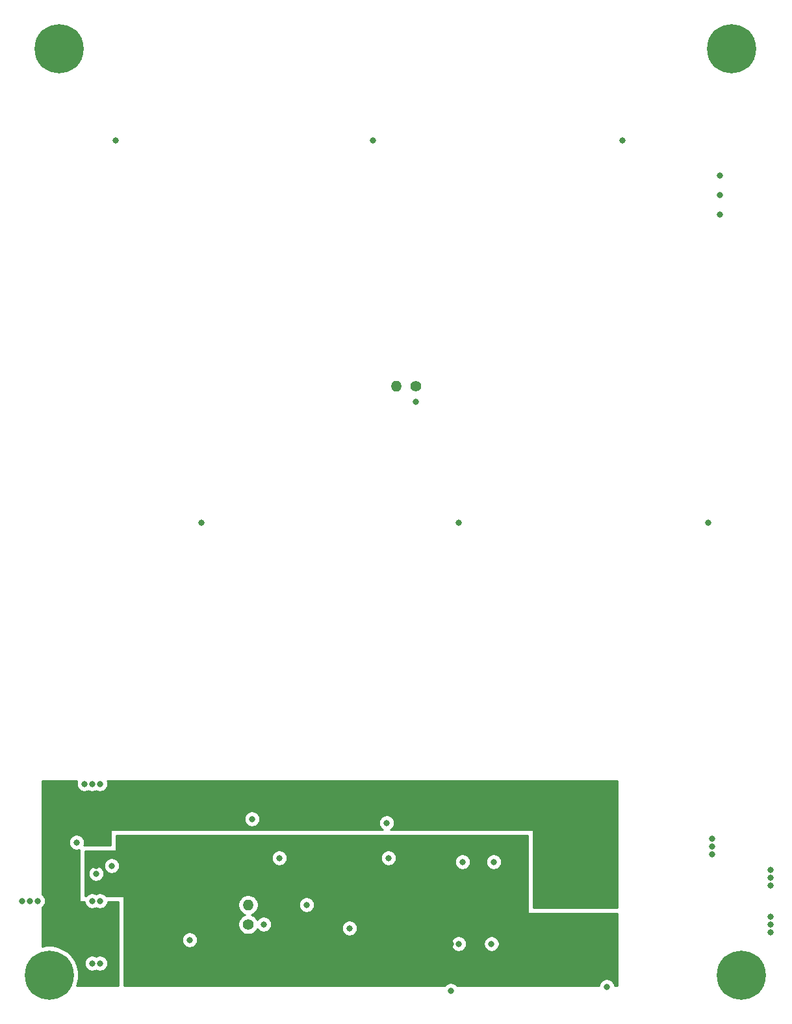
<source format=gbr>
%TF.GenerationSoftware,KiCad,Pcbnew,(5.1.9)-1*%
%TF.CreationDate,2021-05-10T20:34:24-02:30*%
%TF.ProjectId,beverageWarmer1,62657665-7261-4676-9557-61726d657231,rev?*%
%TF.SameCoordinates,Original*%
%TF.FileFunction,Copper,L3,Inr*%
%TF.FilePolarity,Positive*%
%FSLAX46Y46*%
G04 Gerber Fmt 4.6, Leading zero omitted, Abs format (unit mm)*
G04 Created by KiCad (PCBNEW (5.1.9)-1) date 2021-05-10 20:34:24*
%MOMM*%
%LPD*%
G01*
G04 APERTURE LIST*
%TA.AperFunction,ComponentPad*%
%ADD10C,0.800000*%
%TD*%
%TA.AperFunction,ComponentPad*%
%ADD11C,6.400000*%
%TD*%
%TA.AperFunction,ComponentPad*%
%ADD12O,1.400000X1.400000*%
%TD*%
%TA.AperFunction,ComponentPad*%
%ADD13C,1.400000*%
%TD*%
%TA.AperFunction,ViaPad*%
%ADD14C,0.800000*%
%TD*%
%TA.AperFunction,Conductor*%
%ADD15C,0.254000*%
%TD*%
%TA.AperFunction,Conductor*%
%ADD16C,0.100000*%
%TD*%
G04 APERTURE END LIST*
D10*
%TO.N,N/C*%
%TO.C,REF\u002A\u002A*%
X185847056Y-150702944D03*
X184150000Y-150000000D03*
X182452944Y-150702944D03*
X181750000Y-152400000D03*
X182452944Y-154097056D03*
X184150000Y-154800000D03*
X185847056Y-154097056D03*
X186550000Y-152400000D03*
D11*
X184150000Y-152400000D03*
%TD*%
D10*
%TO.N,N/C*%
%TO.C,REF\u002A\u002A*%
X95677056Y-150702944D03*
X93980000Y-150000000D03*
X92282944Y-150702944D03*
X91580000Y-152400000D03*
X92282944Y-154097056D03*
X93980000Y-154800000D03*
X95677056Y-154097056D03*
X96380000Y-152400000D03*
D11*
X93980000Y-152400000D03*
%TD*%
%TO.N,N/C*%
%TO.C,REF\u002A\u002A*%
X95250000Y-31750000D03*
D10*
X97650000Y-31750000D03*
X96947056Y-33447056D03*
X95250000Y-34150000D03*
X93552944Y-33447056D03*
X92850000Y-31750000D03*
X93552944Y-30052944D03*
X95250000Y-29350000D03*
X96947056Y-30052944D03*
%TD*%
%TO.N,N/C*%
%TO.C,REF\u002A\u002A*%
X184577056Y-30052944D03*
X182880000Y-29350000D03*
X181182944Y-30052944D03*
X180480000Y-31750000D03*
X181182944Y-33447056D03*
X182880000Y-34150000D03*
X184577056Y-33447056D03*
X185280000Y-31750000D03*
D11*
X182880000Y-31750000D03*
%TD*%
D12*
%TO.N,Net-(R402-Pad1)*%
%TO.C,TH401*%
X119888000Y-143256000D03*
D13*
%TO.N,GND*%
X119888000Y-145796000D03*
%TD*%
D12*
%TO.N,Net-(R402-Pad1)*%
%TO.C,TH400*%
X139192000Y-75692000D03*
D13*
%TO.N,GND*%
X141732000Y-75692000D03*
%TD*%
D14*
%TO.N,GND*%
X99568000Y-150876000D03*
X100584000Y-150876000D03*
X100584000Y-142748000D03*
X99568000Y-142748000D03*
X102108000Y-138176000D03*
X100076000Y-139192000D03*
X141732000Y-77724000D03*
X113792000Y-93472000D03*
X147320000Y-93472000D03*
X179832000Y-93472000D03*
X102616000Y-43688000D03*
X136144000Y-43688000D03*
X168656000Y-43688000D03*
X121920000Y-145796000D03*
X180340000Y-134620000D03*
X180340000Y-136652000D03*
X180340000Y-135636000D03*
X187960000Y-138684000D03*
X187960000Y-140716000D03*
X187960000Y-139700000D03*
X187960000Y-144780000D03*
X187960000Y-145796000D03*
X187960000Y-146812000D03*
X98552000Y-127508000D03*
X99568000Y-127508000D03*
X100584000Y-127508000D03*
X90424000Y-142748000D03*
X91440000Y-142748000D03*
X92456000Y-142748000D03*
X97536000Y-135128000D03*
X181356000Y-48260000D03*
X181356000Y-53340000D03*
X181356000Y-50800000D03*
X120396000Y-132080000D03*
X123952000Y-137160000D03*
X133096000Y-146304000D03*
X112268000Y-147828000D03*
X137959000Y-132588000D03*
X138176000Y-137160000D03*
X147828000Y-137668000D03*
X151892000Y-137668000D03*
X166624000Y-153924000D03*
X151601000Y-148336000D03*
X147320000Y-148336000D03*
X146304000Y-154432000D03*
%TO.N,+12V*%
X99060000Y-135128000D03*
X100742990Y-135128000D03*
X93472000Y-135636000D03*
X95504000Y-135636000D03*
X94488000Y-135636000D03*
X167132000Y-133604000D03*
X165608000Y-133604000D03*
X164084000Y-133604000D03*
X159004000Y-134620000D03*
X116332000Y-133096000D03*
X102108000Y-150876000D03*
X102108000Y-151892000D03*
%TO.N,+5V*%
X147828000Y-135014500D03*
X132600819Y-135098665D03*
X100076000Y-138176000D03*
X133096000Y-140208000D03*
X159512000Y-146304000D03*
X146304000Y-148336000D03*
%TO.N,Net-(R402-Pad1)*%
X127508000Y-143256000D03*
%TD*%
D15*
%TO.N,+12V*%
X97556774Y-127206102D02*
X97517000Y-127406061D01*
X97517000Y-127609939D01*
X97556774Y-127809898D01*
X97634795Y-127998256D01*
X97748063Y-128167774D01*
X97892226Y-128311937D01*
X98061744Y-128425205D01*
X98250102Y-128503226D01*
X98450061Y-128543000D01*
X98653939Y-128543000D01*
X98853898Y-128503226D01*
X99042256Y-128425205D01*
X99060000Y-128413349D01*
X99077744Y-128425205D01*
X99266102Y-128503226D01*
X99466061Y-128543000D01*
X99669939Y-128543000D01*
X99869898Y-128503226D01*
X100058256Y-128425205D01*
X100076000Y-128413349D01*
X100093744Y-128425205D01*
X100282102Y-128503226D01*
X100482061Y-128543000D01*
X100685939Y-128543000D01*
X100885898Y-128503226D01*
X101074256Y-128425205D01*
X101243774Y-128311937D01*
X101387937Y-128167774D01*
X101501205Y-127998256D01*
X101579226Y-127809898D01*
X101619000Y-127609939D01*
X101619000Y-127406061D01*
X101579226Y-127206102D01*
X101546461Y-127127000D01*
X168021000Y-127127000D01*
X168021000Y-143637000D01*
X157099000Y-143637000D01*
X157099000Y-133604000D01*
X157096560Y-133579224D01*
X157089333Y-133555399D01*
X157077597Y-133533443D01*
X157061803Y-133514197D01*
X157042557Y-133498403D01*
X157020601Y-133486667D01*
X156996776Y-133479440D01*
X156972000Y-133477000D01*
X138491468Y-133477000D01*
X138618774Y-133391937D01*
X138762937Y-133247774D01*
X138876205Y-133078256D01*
X138954226Y-132889898D01*
X138994000Y-132689939D01*
X138994000Y-132486061D01*
X138954226Y-132286102D01*
X138876205Y-132097744D01*
X138762937Y-131928226D01*
X138618774Y-131784063D01*
X138449256Y-131670795D01*
X138260898Y-131592774D01*
X138060939Y-131553000D01*
X137857061Y-131553000D01*
X137657102Y-131592774D01*
X137468744Y-131670795D01*
X137299226Y-131784063D01*
X137155063Y-131928226D01*
X137041795Y-132097744D01*
X136963774Y-132286102D01*
X136924000Y-132486061D01*
X136924000Y-132689939D01*
X136963774Y-132889898D01*
X137041795Y-133078256D01*
X137155063Y-133247774D01*
X137299226Y-133391937D01*
X137426532Y-133477000D01*
X102108000Y-133477000D01*
X102083224Y-133479440D01*
X102059399Y-133486667D01*
X102037443Y-133498403D01*
X102018197Y-133514197D01*
X102002403Y-133533443D01*
X101990667Y-133555399D01*
X101983440Y-133579224D01*
X101981000Y-133604000D01*
X101981000Y-135509000D01*
X98498461Y-135509000D01*
X98531226Y-135429898D01*
X98571000Y-135229939D01*
X98571000Y-135026061D01*
X98531226Y-134826102D01*
X98453205Y-134637744D01*
X98339937Y-134468226D01*
X98195774Y-134324063D01*
X98026256Y-134210795D01*
X97837898Y-134132774D01*
X97637939Y-134093000D01*
X97434061Y-134093000D01*
X97234102Y-134132774D01*
X97045744Y-134210795D01*
X96876226Y-134324063D01*
X96732063Y-134468226D01*
X96618795Y-134637744D01*
X96540774Y-134826102D01*
X96501000Y-135026061D01*
X96501000Y-135229939D01*
X96540774Y-135429898D01*
X96618795Y-135618256D01*
X96732063Y-135787774D01*
X96876226Y-135931937D01*
X97045744Y-136045205D01*
X97234102Y-136123226D01*
X97434061Y-136163000D01*
X97637939Y-136163000D01*
X97837898Y-136123226D01*
X97917000Y-136090461D01*
X97917000Y-153797000D01*
X97552318Y-153797000D01*
X97667623Y-153518628D01*
X97815000Y-152777715D01*
X97815000Y-152022285D01*
X97667623Y-151281372D01*
X97378533Y-150583446D01*
X96958839Y-149955330D01*
X96424670Y-149421161D01*
X95796554Y-149001467D01*
X95098628Y-148712377D01*
X94357715Y-148565000D01*
X93602285Y-148565000D01*
X93091000Y-148666701D01*
X93091000Y-143568490D01*
X93115774Y-143551937D01*
X93259937Y-143407774D01*
X93373205Y-143238256D01*
X93451226Y-143049898D01*
X93491000Y-142849939D01*
X93491000Y-142646061D01*
X93451226Y-142446102D01*
X93373205Y-142257744D01*
X93259937Y-142088226D01*
X93115774Y-141944063D01*
X93091000Y-141927510D01*
X93091000Y-131978061D01*
X119361000Y-131978061D01*
X119361000Y-132181939D01*
X119400774Y-132381898D01*
X119478795Y-132570256D01*
X119592063Y-132739774D01*
X119736226Y-132883937D01*
X119905744Y-132997205D01*
X120094102Y-133075226D01*
X120294061Y-133115000D01*
X120497939Y-133115000D01*
X120697898Y-133075226D01*
X120886256Y-132997205D01*
X121055774Y-132883937D01*
X121199937Y-132739774D01*
X121313205Y-132570256D01*
X121391226Y-132381898D01*
X121431000Y-132181939D01*
X121431000Y-131978061D01*
X121391226Y-131778102D01*
X121313205Y-131589744D01*
X121199937Y-131420226D01*
X121055774Y-131276063D01*
X120886256Y-131162795D01*
X120697898Y-131084774D01*
X120497939Y-131045000D01*
X120294061Y-131045000D01*
X120094102Y-131084774D01*
X119905744Y-131162795D01*
X119736226Y-131276063D01*
X119592063Y-131420226D01*
X119478795Y-131589744D01*
X119400774Y-131778102D01*
X119361000Y-131978061D01*
X93091000Y-131978061D01*
X93091000Y-127127000D01*
X97589539Y-127127000D01*
X97556774Y-127206102D01*
%TA.AperFunction,Conductor*%
D16*
G36*
X97556774Y-127206102D02*
G01*
X97517000Y-127406061D01*
X97517000Y-127609939D01*
X97556774Y-127809898D01*
X97634795Y-127998256D01*
X97748063Y-128167774D01*
X97892226Y-128311937D01*
X98061744Y-128425205D01*
X98250102Y-128503226D01*
X98450061Y-128543000D01*
X98653939Y-128543000D01*
X98853898Y-128503226D01*
X99042256Y-128425205D01*
X99060000Y-128413349D01*
X99077744Y-128425205D01*
X99266102Y-128503226D01*
X99466061Y-128543000D01*
X99669939Y-128543000D01*
X99869898Y-128503226D01*
X100058256Y-128425205D01*
X100076000Y-128413349D01*
X100093744Y-128425205D01*
X100282102Y-128503226D01*
X100482061Y-128543000D01*
X100685939Y-128543000D01*
X100885898Y-128503226D01*
X101074256Y-128425205D01*
X101243774Y-128311937D01*
X101387937Y-128167774D01*
X101501205Y-127998256D01*
X101579226Y-127809898D01*
X101619000Y-127609939D01*
X101619000Y-127406061D01*
X101579226Y-127206102D01*
X101546461Y-127127000D01*
X168021000Y-127127000D01*
X168021000Y-143637000D01*
X157099000Y-143637000D01*
X157099000Y-133604000D01*
X157096560Y-133579224D01*
X157089333Y-133555399D01*
X157077597Y-133533443D01*
X157061803Y-133514197D01*
X157042557Y-133498403D01*
X157020601Y-133486667D01*
X156996776Y-133479440D01*
X156972000Y-133477000D01*
X138491468Y-133477000D01*
X138618774Y-133391937D01*
X138762937Y-133247774D01*
X138876205Y-133078256D01*
X138954226Y-132889898D01*
X138994000Y-132689939D01*
X138994000Y-132486061D01*
X138954226Y-132286102D01*
X138876205Y-132097744D01*
X138762937Y-131928226D01*
X138618774Y-131784063D01*
X138449256Y-131670795D01*
X138260898Y-131592774D01*
X138060939Y-131553000D01*
X137857061Y-131553000D01*
X137657102Y-131592774D01*
X137468744Y-131670795D01*
X137299226Y-131784063D01*
X137155063Y-131928226D01*
X137041795Y-132097744D01*
X136963774Y-132286102D01*
X136924000Y-132486061D01*
X136924000Y-132689939D01*
X136963774Y-132889898D01*
X137041795Y-133078256D01*
X137155063Y-133247774D01*
X137299226Y-133391937D01*
X137426532Y-133477000D01*
X102108000Y-133477000D01*
X102083224Y-133479440D01*
X102059399Y-133486667D01*
X102037443Y-133498403D01*
X102018197Y-133514197D01*
X102002403Y-133533443D01*
X101990667Y-133555399D01*
X101983440Y-133579224D01*
X101981000Y-133604000D01*
X101981000Y-135509000D01*
X98498461Y-135509000D01*
X98531226Y-135429898D01*
X98571000Y-135229939D01*
X98571000Y-135026061D01*
X98531226Y-134826102D01*
X98453205Y-134637744D01*
X98339937Y-134468226D01*
X98195774Y-134324063D01*
X98026256Y-134210795D01*
X97837898Y-134132774D01*
X97637939Y-134093000D01*
X97434061Y-134093000D01*
X97234102Y-134132774D01*
X97045744Y-134210795D01*
X96876226Y-134324063D01*
X96732063Y-134468226D01*
X96618795Y-134637744D01*
X96540774Y-134826102D01*
X96501000Y-135026061D01*
X96501000Y-135229939D01*
X96540774Y-135429898D01*
X96618795Y-135618256D01*
X96732063Y-135787774D01*
X96876226Y-135931937D01*
X97045744Y-136045205D01*
X97234102Y-136123226D01*
X97434061Y-136163000D01*
X97637939Y-136163000D01*
X97837898Y-136123226D01*
X97917000Y-136090461D01*
X97917000Y-153797000D01*
X97552318Y-153797000D01*
X97667623Y-153518628D01*
X97815000Y-152777715D01*
X97815000Y-152022285D01*
X97667623Y-151281372D01*
X97378533Y-150583446D01*
X96958839Y-149955330D01*
X96424670Y-149421161D01*
X95796554Y-149001467D01*
X95098628Y-148712377D01*
X94357715Y-148565000D01*
X93602285Y-148565000D01*
X93091000Y-148666701D01*
X93091000Y-143568490D01*
X93115774Y-143551937D01*
X93259937Y-143407774D01*
X93373205Y-143238256D01*
X93451226Y-143049898D01*
X93491000Y-142849939D01*
X93491000Y-142646061D01*
X93451226Y-142446102D01*
X93373205Y-142257744D01*
X93259937Y-142088226D01*
X93115774Y-141944063D01*
X93091000Y-141927510D01*
X93091000Y-131978061D01*
X119361000Y-131978061D01*
X119361000Y-132181939D01*
X119400774Y-132381898D01*
X119478795Y-132570256D01*
X119592063Y-132739774D01*
X119736226Y-132883937D01*
X119905744Y-132997205D01*
X120094102Y-133075226D01*
X120294061Y-133115000D01*
X120497939Y-133115000D01*
X120697898Y-133075226D01*
X120886256Y-132997205D01*
X121055774Y-132883937D01*
X121199937Y-132739774D01*
X121313205Y-132570256D01*
X121391226Y-132381898D01*
X121431000Y-132181939D01*
X121431000Y-131978061D01*
X121391226Y-131778102D01*
X121313205Y-131589744D01*
X121199937Y-131420226D01*
X121055774Y-131276063D01*
X120886256Y-131162795D01*
X120697898Y-131084774D01*
X120497939Y-131045000D01*
X120294061Y-131045000D01*
X120094102Y-131084774D01*
X119905744Y-131162795D01*
X119736226Y-131276063D01*
X119592063Y-131420226D01*
X119478795Y-131589744D01*
X119400774Y-131778102D01*
X119361000Y-131978061D01*
X93091000Y-131978061D01*
X93091000Y-127127000D01*
X97589539Y-127127000D01*
X97556774Y-127206102D01*
G37*
%TD.AperFunction*%
%TD*%
D15*
%TO.N,+12V*%
X98572774Y-143049898D02*
X98650795Y-143238256D01*
X98764063Y-143407774D01*
X98908226Y-143551937D01*
X99077744Y-143665205D01*
X99266102Y-143743226D01*
X99466061Y-143783000D01*
X99669939Y-143783000D01*
X99869898Y-143743226D01*
X100058256Y-143665205D01*
X100076000Y-143653349D01*
X100093744Y-143665205D01*
X100282102Y-143743226D01*
X100482061Y-143783000D01*
X100685939Y-143783000D01*
X100885898Y-143743226D01*
X101074256Y-143665205D01*
X101243774Y-143551937D01*
X101387937Y-143407774D01*
X101501205Y-143238256D01*
X101579226Y-143049898D01*
X101614015Y-142875000D01*
X102997000Y-142875000D01*
X102997000Y-153797000D01*
X97663000Y-153797000D01*
X97663000Y-153529789D01*
X97667623Y-153518628D01*
X97815000Y-152777715D01*
X97815000Y-152022285D01*
X97667623Y-151281372D01*
X97663000Y-151270211D01*
X97663000Y-150774061D01*
X98533000Y-150774061D01*
X98533000Y-150977939D01*
X98572774Y-151177898D01*
X98650795Y-151366256D01*
X98764063Y-151535774D01*
X98908226Y-151679937D01*
X99077744Y-151793205D01*
X99266102Y-151871226D01*
X99466061Y-151911000D01*
X99669939Y-151911000D01*
X99869898Y-151871226D01*
X100058256Y-151793205D01*
X100076000Y-151781349D01*
X100093744Y-151793205D01*
X100282102Y-151871226D01*
X100482061Y-151911000D01*
X100685939Y-151911000D01*
X100885898Y-151871226D01*
X101074256Y-151793205D01*
X101243774Y-151679937D01*
X101387937Y-151535774D01*
X101501205Y-151366256D01*
X101579226Y-151177898D01*
X101619000Y-150977939D01*
X101619000Y-150774061D01*
X101579226Y-150574102D01*
X101501205Y-150385744D01*
X101387937Y-150216226D01*
X101243774Y-150072063D01*
X101074256Y-149958795D01*
X100885898Y-149880774D01*
X100685939Y-149841000D01*
X100482061Y-149841000D01*
X100282102Y-149880774D01*
X100093744Y-149958795D01*
X100076000Y-149970651D01*
X100058256Y-149958795D01*
X99869898Y-149880774D01*
X99669939Y-149841000D01*
X99466061Y-149841000D01*
X99266102Y-149880774D01*
X99077744Y-149958795D01*
X98908226Y-150072063D01*
X98764063Y-150216226D01*
X98650795Y-150385744D01*
X98572774Y-150574102D01*
X98533000Y-150774061D01*
X97663000Y-150774061D01*
X97663000Y-142875000D01*
X98537985Y-142875000D01*
X98572774Y-143049898D01*
%TA.AperFunction,Conductor*%
D16*
G36*
X98572774Y-143049898D02*
G01*
X98650795Y-143238256D01*
X98764063Y-143407774D01*
X98908226Y-143551937D01*
X99077744Y-143665205D01*
X99266102Y-143743226D01*
X99466061Y-143783000D01*
X99669939Y-143783000D01*
X99869898Y-143743226D01*
X100058256Y-143665205D01*
X100076000Y-143653349D01*
X100093744Y-143665205D01*
X100282102Y-143743226D01*
X100482061Y-143783000D01*
X100685939Y-143783000D01*
X100885898Y-143743226D01*
X101074256Y-143665205D01*
X101243774Y-143551937D01*
X101387937Y-143407774D01*
X101501205Y-143238256D01*
X101579226Y-143049898D01*
X101614015Y-142875000D01*
X102997000Y-142875000D01*
X102997000Y-153797000D01*
X97663000Y-153797000D01*
X97663000Y-153529789D01*
X97667623Y-153518628D01*
X97815000Y-152777715D01*
X97815000Y-152022285D01*
X97667623Y-151281372D01*
X97663000Y-151270211D01*
X97663000Y-150774061D01*
X98533000Y-150774061D01*
X98533000Y-150977939D01*
X98572774Y-151177898D01*
X98650795Y-151366256D01*
X98764063Y-151535774D01*
X98908226Y-151679937D01*
X99077744Y-151793205D01*
X99266102Y-151871226D01*
X99466061Y-151911000D01*
X99669939Y-151911000D01*
X99869898Y-151871226D01*
X100058256Y-151793205D01*
X100076000Y-151781349D01*
X100093744Y-151793205D01*
X100282102Y-151871226D01*
X100482061Y-151911000D01*
X100685939Y-151911000D01*
X100885898Y-151871226D01*
X101074256Y-151793205D01*
X101243774Y-151679937D01*
X101387937Y-151535774D01*
X101501205Y-151366256D01*
X101579226Y-151177898D01*
X101619000Y-150977939D01*
X101619000Y-150774061D01*
X101579226Y-150574102D01*
X101501205Y-150385744D01*
X101387937Y-150216226D01*
X101243774Y-150072063D01*
X101074256Y-149958795D01*
X100885898Y-149880774D01*
X100685939Y-149841000D01*
X100482061Y-149841000D01*
X100282102Y-149880774D01*
X100093744Y-149958795D01*
X100076000Y-149970651D01*
X100058256Y-149958795D01*
X99869898Y-149880774D01*
X99669939Y-149841000D01*
X99466061Y-149841000D01*
X99266102Y-149880774D01*
X99077744Y-149958795D01*
X98908226Y-150072063D01*
X98764063Y-150216226D01*
X98650795Y-150385744D01*
X98572774Y-150574102D01*
X98533000Y-150774061D01*
X97663000Y-150774061D01*
X97663000Y-142875000D01*
X98537985Y-142875000D01*
X98572774Y-143049898D01*
G37*
%TD.AperFunction*%
%TD*%
D15*
%TO.N,+5V*%
X156337000Y-144272000D02*
X156339440Y-144296776D01*
X156346667Y-144320601D01*
X156358403Y-144342557D01*
X156374197Y-144361803D01*
X156393443Y-144377597D01*
X156415399Y-144389333D01*
X156439224Y-144396560D01*
X156464000Y-144399000D01*
X168021000Y-144399000D01*
X168021000Y-153797000D01*
X167654015Y-153797000D01*
X167619226Y-153622102D01*
X167541205Y-153433744D01*
X167427937Y-153264226D01*
X167283774Y-153120063D01*
X167114256Y-153006795D01*
X166925898Y-152928774D01*
X166725939Y-152889000D01*
X166522061Y-152889000D01*
X166322102Y-152928774D01*
X166133744Y-153006795D01*
X165964226Y-153120063D01*
X165820063Y-153264226D01*
X165706795Y-153433744D01*
X165628774Y-153622102D01*
X165593985Y-153797000D01*
X147124490Y-153797000D01*
X147107937Y-153772226D01*
X146963774Y-153628063D01*
X146794256Y-153514795D01*
X146605898Y-153436774D01*
X146405939Y-153397000D01*
X146202061Y-153397000D01*
X146002102Y-153436774D01*
X145813744Y-153514795D01*
X145644226Y-153628063D01*
X145500063Y-153772226D01*
X145483510Y-153797000D01*
X103759000Y-153797000D01*
X103759000Y-147726061D01*
X111233000Y-147726061D01*
X111233000Y-147929939D01*
X111272774Y-148129898D01*
X111350795Y-148318256D01*
X111464063Y-148487774D01*
X111608226Y-148631937D01*
X111777744Y-148745205D01*
X111966102Y-148823226D01*
X112166061Y-148863000D01*
X112369939Y-148863000D01*
X112569898Y-148823226D01*
X112758256Y-148745205D01*
X112927774Y-148631937D01*
X113071937Y-148487774D01*
X113185205Y-148318256D01*
X113220079Y-148234061D01*
X146285000Y-148234061D01*
X146285000Y-148437939D01*
X146324774Y-148637898D01*
X146402795Y-148826256D01*
X146516063Y-148995774D01*
X146660226Y-149139937D01*
X146829744Y-149253205D01*
X147018102Y-149331226D01*
X147218061Y-149371000D01*
X147421939Y-149371000D01*
X147621898Y-149331226D01*
X147810256Y-149253205D01*
X147979774Y-149139937D01*
X148123937Y-148995774D01*
X148237205Y-148826256D01*
X148315226Y-148637898D01*
X148355000Y-148437939D01*
X148355000Y-148234061D01*
X150566000Y-148234061D01*
X150566000Y-148437939D01*
X150605774Y-148637898D01*
X150683795Y-148826256D01*
X150797063Y-148995774D01*
X150941226Y-149139937D01*
X151110744Y-149253205D01*
X151299102Y-149331226D01*
X151499061Y-149371000D01*
X151702939Y-149371000D01*
X151902898Y-149331226D01*
X152091256Y-149253205D01*
X152260774Y-149139937D01*
X152404937Y-148995774D01*
X152518205Y-148826256D01*
X152596226Y-148637898D01*
X152636000Y-148437939D01*
X152636000Y-148234061D01*
X152596226Y-148034102D01*
X152518205Y-147845744D01*
X152404937Y-147676226D01*
X152260774Y-147532063D01*
X152091256Y-147418795D01*
X151902898Y-147340774D01*
X151702939Y-147301000D01*
X151499061Y-147301000D01*
X151299102Y-147340774D01*
X151110744Y-147418795D01*
X150941226Y-147532063D01*
X150797063Y-147676226D01*
X150683795Y-147845744D01*
X150605774Y-148034102D01*
X150566000Y-148234061D01*
X148355000Y-148234061D01*
X148315226Y-148034102D01*
X148237205Y-147845744D01*
X148123937Y-147676226D01*
X147979774Y-147532063D01*
X147810256Y-147418795D01*
X147621898Y-147340774D01*
X147421939Y-147301000D01*
X147218061Y-147301000D01*
X147018102Y-147340774D01*
X146829744Y-147418795D01*
X146660226Y-147532063D01*
X146516063Y-147676226D01*
X146402795Y-147845744D01*
X146324774Y-148034102D01*
X146285000Y-148234061D01*
X113220079Y-148234061D01*
X113263226Y-148129898D01*
X113303000Y-147929939D01*
X113303000Y-147726061D01*
X113263226Y-147526102D01*
X113185205Y-147337744D01*
X113071937Y-147168226D01*
X112927774Y-147024063D01*
X112758256Y-146910795D01*
X112569898Y-146832774D01*
X112369939Y-146793000D01*
X112166061Y-146793000D01*
X111966102Y-146832774D01*
X111777744Y-146910795D01*
X111608226Y-147024063D01*
X111464063Y-147168226D01*
X111350795Y-147337744D01*
X111272774Y-147526102D01*
X111233000Y-147726061D01*
X103759000Y-147726061D01*
X103759000Y-143124514D01*
X118553000Y-143124514D01*
X118553000Y-143387486D01*
X118604304Y-143645405D01*
X118704939Y-143888359D01*
X118851038Y-144107013D01*
X119036987Y-144292962D01*
X119255641Y-144439061D01*
X119465530Y-144526000D01*
X119255641Y-144612939D01*
X119036987Y-144759038D01*
X118851038Y-144944987D01*
X118704939Y-145163641D01*
X118604304Y-145406595D01*
X118553000Y-145664514D01*
X118553000Y-145927486D01*
X118604304Y-146185405D01*
X118704939Y-146428359D01*
X118851038Y-146647013D01*
X119036987Y-146832962D01*
X119255641Y-146979061D01*
X119498595Y-147079696D01*
X119756514Y-147131000D01*
X120019486Y-147131000D01*
X120277405Y-147079696D01*
X120520359Y-146979061D01*
X120739013Y-146832962D01*
X120924962Y-146647013D01*
X121071061Y-146428359D01*
X121081273Y-146403706D01*
X121116063Y-146455774D01*
X121260226Y-146599937D01*
X121429744Y-146713205D01*
X121618102Y-146791226D01*
X121818061Y-146831000D01*
X122021939Y-146831000D01*
X122221898Y-146791226D01*
X122410256Y-146713205D01*
X122579774Y-146599937D01*
X122723937Y-146455774D01*
X122837205Y-146286256D01*
X122872079Y-146202061D01*
X132061000Y-146202061D01*
X132061000Y-146405939D01*
X132100774Y-146605898D01*
X132178795Y-146794256D01*
X132292063Y-146963774D01*
X132436226Y-147107937D01*
X132605744Y-147221205D01*
X132794102Y-147299226D01*
X132994061Y-147339000D01*
X133197939Y-147339000D01*
X133397898Y-147299226D01*
X133586256Y-147221205D01*
X133755774Y-147107937D01*
X133899937Y-146963774D01*
X134013205Y-146794256D01*
X134091226Y-146605898D01*
X134131000Y-146405939D01*
X134131000Y-146202061D01*
X134091226Y-146002102D01*
X134013205Y-145813744D01*
X133899937Y-145644226D01*
X133755774Y-145500063D01*
X133586256Y-145386795D01*
X133397898Y-145308774D01*
X133197939Y-145269000D01*
X132994061Y-145269000D01*
X132794102Y-145308774D01*
X132605744Y-145386795D01*
X132436226Y-145500063D01*
X132292063Y-145644226D01*
X132178795Y-145813744D01*
X132100774Y-146002102D01*
X132061000Y-146202061D01*
X122872079Y-146202061D01*
X122915226Y-146097898D01*
X122955000Y-145897939D01*
X122955000Y-145694061D01*
X122915226Y-145494102D01*
X122837205Y-145305744D01*
X122723937Y-145136226D01*
X122579774Y-144992063D01*
X122410256Y-144878795D01*
X122221898Y-144800774D01*
X122021939Y-144761000D01*
X121818061Y-144761000D01*
X121618102Y-144800774D01*
X121429744Y-144878795D01*
X121260226Y-144992063D01*
X121116063Y-145136226D01*
X121081273Y-145188294D01*
X121071061Y-145163641D01*
X120924962Y-144944987D01*
X120739013Y-144759038D01*
X120520359Y-144612939D01*
X120310470Y-144526000D01*
X120520359Y-144439061D01*
X120739013Y-144292962D01*
X120924962Y-144107013D01*
X121071061Y-143888359D01*
X121171696Y-143645405D01*
X121223000Y-143387486D01*
X121223000Y-143154061D01*
X126473000Y-143154061D01*
X126473000Y-143357939D01*
X126512774Y-143557898D01*
X126590795Y-143746256D01*
X126704063Y-143915774D01*
X126848226Y-144059937D01*
X127017744Y-144173205D01*
X127206102Y-144251226D01*
X127406061Y-144291000D01*
X127609939Y-144291000D01*
X127809898Y-144251226D01*
X127998256Y-144173205D01*
X128167774Y-144059937D01*
X128311937Y-143915774D01*
X128425205Y-143746256D01*
X128503226Y-143557898D01*
X128543000Y-143357939D01*
X128543000Y-143154061D01*
X128503226Y-142954102D01*
X128425205Y-142765744D01*
X128311937Y-142596226D01*
X128167774Y-142452063D01*
X127998256Y-142338795D01*
X127809898Y-142260774D01*
X127609939Y-142221000D01*
X127406061Y-142221000D01*
X127206102Y-142260774D01*
X127017744Y-142338795D01*
X126848226Y-142452063D01*
X126704063Y-142596226D01*
X126590795Y-142765744D01*
X126512774Y-142954102D01*
X126473000Y-143154061D01*
X121223000Y-143154061D01*
X121223000Y-143124514D01*
X121171696Y-142866595D01*
X121071061Y-142623641D01*
X120924962Y-142404987D01*
X120739013Y-142219038D01*
X120520359Y-142072939D01*
X120277405Y-141972304D01*
X120019486Y-141921000D01*
X119756514Y-141921000D01*
X119498595Y-141972304D01*
X119255641Y-142072939D01*
X119036987Y-142219038D01*
X118851038Y-142404987D01*
X118704939Y-142623641D01*
X118604304Y-142866595D01*
X118553000Y-143124514D01*
X103759000Y-143124514D01*
X103759000Y-142240000D01*
X103756560Y-142215224D01*
X103749333Y-142191399D01*
X103737597Y-142169443D01*
X103721803Y-142150197D01*
X103702557Y-142134403D01*
X103680601Y-142122667D01*
X103656776Y-142115440D01*
X103632000Y-142113000D01*
X101404490Y-142113000D01*
X101387937Y-142088226D01*
X101243774Y-141944063D01*
X101074256Y-141830795D01*
X100885898Y-141752774D01*
X100685939Y-141713000D01*
X100482061Y-141713000D01*
X100282102Y-141752774D01*
X100093744Y-141830795D01*
X100076000Y-141842651D01*
X100058256Y-141830795D01*
X99869898Y-141752774D01*
X99669939Y-141713000D01*
X99466061Y-141713000D01*
X99266102Y-141752774D01*
X99077744Y-141830795D01*
X98908226Y-141944063D01*
X98764063Y-142088226D01*
X98747510Y-142113000D01*
X98679000Y-142113000D01*
X98679000Y-139090061D01*
X99041000Y-139090061D01*
X99041000Y-139293939D01*
X99080774Y-139493898D01*
X99158795Y-139682256D01*
X99272063Y-139851774D01*
X99416226Y-139995937D01*
X99585744Y-140109205D01*
X99774102Y-140187226D01*
X99974061Y-140227000D01*
X100177939Y-140227000D01*
X100377898Y-140187226D01*
X100566256Y-140109205D01*
X100735774Y-139995937D01*
X100879937Y-139851774D01*
X100993205Y-139682256D01*
X101071226Y-139493898D01*
X101111000Y-139293939D01*
X101111000Y-139090061D01*
X101071226Y-138890102D01*
X100993205Y-138701744D01*
X100879937Y-138532226D01*
X100735774Y-138388063D01*
X100566256Y-138274795D01*
X100377898Y-138196774D01*
X100177939Y-138157000D01*
X99974061Y-138157000D01*
X99774102Y-138196774D01*
X99585744Y-138274795D01*
X99416226Y-138388063D01*
X99272063Y-138532226D01*
X99158795Y-138701744D01*
X99080774Y-138890102D01*
X99041000Y-139090061D01*
X98679000Y-139090061D01*
X98679000Y-138074061D01*
X101073000Y-138074061D01*
X101073000Y-138277939D01*
X101112774Y-138477898D01*
X101190795Y-138666256D01*
X101304063Y-138835774D01*
X101448226Y-138979937D01*
X101617744Y-139093205D01*
X101806102Y-139171226D01*
X102006061Y-139211000D01*
X102209939Y-139211000D01*
X102409898Y-139171226D01*
X102598256Y-139093205D01*
X102767774Y-138979937D01*
X102911937Y-138835774D01*
X103025205Y-138666256D01*
X103103226Y-138477898D01*
X103143000Y-138277939D01*
X103143000Y-138074061D01*
X103103226Y-137874102D01*
X103025205Y-137685744D01*
X102911937Y-137516226D01*
X102767774Y-137372063D01*
X102598256Y-137258795D01*
X102409898Y-137180774D01*
X102209939Y-137141000D01*
X102006061Y-137141000D01*
X101806102Y-137180774D01*
X101617744Y-137258795D01*
X101448226Y-137372063D01*
X101304063Y-137516226D01*
X101190795Y-137685744D01*
X101112774Y-137874102D01*
X101073000Y-138074061D01*
X98679000Y-138074061D01*
X98679000Y-137058061D01*
X122917000Y-137058061D01*
X122917000Y-137261939D01*
X122956774Y-137461898D01*
X123034795Y-137650256D01*
X123148063Y-137819774D01*
X123292226Y-137963937D01*
X123461744Y-138077205D01*
X123650102Y-138155226D01*
X123850061Y-138195000D01*
X124053939Y-138195000D01*
X124253898Y-138155226D01*
X124442256Y-138077205D01*
X124611774Y-137963937D01*
X124755937Y-137819774D01*
X124869205Y-137650256D01*
X124947226Y-137461898D01*
X124987000Y-137261939D01*
X124987000Y-137058061D01*
X137141000Y-137058061D01*
X137141000Y-137261939D01*
X137180774Y-137461898D01*
X137258795Y-137650256D01*
X137372063Y-137819774D01*
X137516226Y-137963937D01*
X137685744Y-138077205D01*
X137874102Y-138155226D01*
X138074061Y-138195000D01*
X138277939Y-138195000D01*
X138477898Y-138155226D01*
X138666256Y-138077205D01*
X138835774Y-137963937D01*
X138979937Y-137819774D01*
X139093205Y-137650256D01*
X139128079Y-137566061D01*
X146793000Y-137566061D01*
X146793000Y-137769939D01*
X146832774Y-137969898D01*
X146910795Y-138158256D01*
X147024063Y-138327774D01*
X147168226Y-138471937D01*
X147337744Y-138585205D01*
X147526102Y-138663226D01*
X147726061Y-138703000D01*
X147929939Y-138703000D01*
X148129898Y-138663226D01*
X148318256Y-138585205D01*
X148487774Y-138471937D01*
X148631937Y-138327774D01*
X148745205Y-138158256D01*
X148823226Y-137969898D01*
X148863000Y-137769939D01*
X148863000Y-137566061D01*
X150857000Y-137566061D01*
X150857000Y-137769939D01*
X150896774Y-137969898D01*
X150974795Y-138158256D01*
X151088063Y-138327774D01*
X151232226Y-138471937D01*
X151401744Y-138585205D01*
X151590102Y-138663226D01*
X151790061Y-138703000D01*
X151993939Y-138703000D01*
X152193898Y-138663226D01*
X152382256Y-138585205D01*
X152551774Y-138471937D01*
X152695937Y-138327774D01*
X152809205Y-138158256D01*
X152887226Y-137969898D01*
X152927000Y-137769939D01*
X152927000Y-137566061D01*
X152887226Y-137366102D01*
X152809205Y-137177744D01*
X152695937Y-137008226D01*
X152551774Y-136864063D01*
X152382256Y-136750795D01*
X152193898Y-136672774D01*
X151993939Y-136633000D01*
X151790061Y-136633000D01*
X151590102Y-136672774D01*
X151401744Y-136750795D01*
X151232226Y-136864063D01*
X151088063Y-137008226D01*
X150974795Y-137177744D01*
X150896774Y-137366102D01*
X150857000Y-137566061D01*
X148863000Y-137566061D01*
X148823226Y-137366102D01*
X148745205Y-137177744D01*
X148631937Y-137008226D01*
X148487774Y-136864063D01*
X148318256Y-136750795D01*
X148129898Y-136672774D01*
X147929939Y-136633000D01*
X147726061Y-136633000D01*
X147526102Y-136672774D01*
X147337744Y-136750795D01*
X147168226Y-136864063D01*
X147024063Y-137008226D01*
X146910795Y-137177744D01*
X146832774Y-137366102D01*
X146793000Y-137566061D01*
X139128079Y-137566061D01*
X139171226Y-137461898D01*
X139211000Y-137261939D01*
X139211000Y-137058061D01*
X139171226Y-136858102D01*
X139093205Y-136669744D01*
X138979937Y-136500226D01*
X138835774Y-136356063D01*
X138666256Y-136242795D01*
X138477898Y-136164774D01*
X138277939Y-136125000D01*
X138074061Y-136125000D01*
X137874102Y-136164774D01*
X137685744Y-136242795D01*
X137516226Y-136356063D01*
X137372063Y-136500226D01*
X137258795Y-136669744D01*
X137180774Y-136858102D01*
X137141000Y-137058061D01*
X124987000Y-137058061D01*
X124947226Y-136858102D01*
X124869205Y-136669744D01*
X124755937Y-136500226D01*
X124611774Y-136356063D01*
X124442256Y-136242795D01*
X124253898Y-136164774D01*
X124053939Y-136125000D01*
X123850061Y-136125000D01*
X123650102Y-136164774D01*
X123461744Y-136242795D01*
X123292226Y-136356063D01*
X123148063Y-136500226D01*
X123034795Y-136669744D01*
X122956774Y-136858102D01*
X122917000Y-137058061D01*
X98679000Y-137058061D01*
X98679000Y-136271000D01*
X102616000Y-136271000D01*
X102640776Y-136268560D01*
X102664601Y-136261333D01*
X102686557Y-136249597D01*
X102705803Y-136233803D01*
X102721597Y-136214557D01*
X102733333Y-136192601D01*
X102740560Y-136168776D01*
X102743000Y-136144000D01*
X102743000Y-134239000D01*
X156337000Y-134239000D01*
X156337000Y-144272000D01*
%TA.AperFunction,Conductor*%
D16*
G36*
X156337000Y-144272000D02*
G01*
X156339440Y-144296776D01*
X156346667Y-144320601D01*
X156358403Y-144342557D01*
X156374197Y-144361803D01*
X156393443Y-144377597D01*
X156415399Y-144389333D01*
X156439224Y-144396560D01*
X156464000Y-144399000D01*
X168021000Y-144399000D01*
X168021000Y-153797000D01*
X167654015Y-153797000D01*
X167619226Y-153622102D01*
X167541205Y-153433744D01*
X167427937Y-153264226D01*
X167283774Y-153120063D01*
X167114256Y-153006795D01*
X166925898Y-152928774D01*
X166725939Y-152889000D01*
X166522061Y-152889000D01*
X166322102Y-152928774D01*
X166133744Y-153006795D01*
X165964226Y-153120063D01*
X165820063Y-153264226D01*
X165706795Y-153433744D01*
X165628774Y-153622102D01*
X165593985Y-153797000D01*
X147124490Y-153797000D01*
X147107937Y-153772226D01*
X146963774Y-153628063D01*
X146794256Y-153514795D01*
X146605898Y-153436774D01*
X146405939Y-153397000D01*
X146202061Y-153397000D01*
X146002102Y-153436774D01*
X145813744Y-153514795D01*
X145644226Y-153628063D01*
X145500063Y-153772226D01*
X145483510Y-153797000D01*
X103759000Y-153797000D01*
X103759000Y-147726061D01*
X111233000Y-147726061D01*
X111233000Y-147929939D01*
X111272774Y-148129898D01*
X111350795Y-148318256D01*
X111464063Y-148487774D01*
X111608226Y-148631937D01*
X111777744Y-148745205D01*
X111966102Y-148823226D01*
X112166061Y-148863000D01*
X112369939Y-148863000D01*
X112569898Y-148823226D01*
X112758256Y-148745205D01*
X112927774Y-148631937D01*
X113071937Y-148487774D01*
X113185205Y-148318256D01*
X113220079Y-148234061D01*
X146285000Y-148234061D01*
X146285000Y-148437939D01*
X146324774Y-148637898D01*
X146402795Y-148826256D01*
X146516063Y-148995774D01*
X146660226Y-149139937D01*
X146829744Y-149253205D01*
X147018102Y-149331226D01*
X147218061Y-149371000D01*
X147421939Y-149371000D01*
X147621898Y-149331226D01*
X147810256Y-149253205D01*
X147979774Y-149139937D01*
X148123937Y-148995774D01*
X148237205Y-148826256D01*
X148315226Y-148637898D01*
X148355000Y-148437939D01*
X148355000Y-148234061D01*
X150566000Y-148234061D01*
X150566000Y-148437939D01*
X150605774Y-148637898D01*
X150683795Y-148826256D01*
X150797063Y-148995774D01*
X150941226Y-149139937D01*
X151110744Y-149253205D01*
X151299102Y-149331226D01*
X151499061Y-149371000D01*
X151702939Y-149371000D01*
X151902898Y-149331226D01*
X152091256Y-149253205D01*
X152260774Y-149139937D01*
X152404937Y-148995774D01*
X152518205Y-148826256D01*
X152596226Y-148637898D01*
X152636000Y-148437939D01*
X152636000Y-148234061D01*
X152596226Y-148034102D01*
X152518205Y-147845744D01*
X152404937Y-147676226D01*
X152260774Y-147532063D01*
X152091256Y-147418795D01*
X151902898Y-147340774D01*
X151702939Y-147301000D01*
X151499061Y-147301000D01*
X151299102Y-147340774D01*
X151110744Y-147418795D01*
X150941226Y-147532063D01*
X150797063Y-147676226D01*
X150683795Y-147845744D01*
X150605774Y-148034102D01*
X150566000Y-148234061D01*
X148355000Y-148234061D01*
X148315226Y-148034102D01*
X148237205Y-147845744D01*
X148123937Y-147676226D01*
X147979774Y-147532063D01*
X147810256Y-147418795D01*
X147621898Y-147340774D01*
X147421939Y-147301000D01*
X147218061Y-147301000D01*
X147018102Y-147340774D01*
X146829744Y-147418795D01*
X146660226Y-147532063D01*
X146516063Y-147676226D01*
X146402795Y-147845744D01*
X146324774Y-148034102D01*
X146285000Y-148234061D01*
X113220079Y-148234061D01*
X113263226Y-148129898D01*
X113303000Y-147929939D01*
X113303000Y-147726061D01*
X113263226Y-147526102D01*
X113185205Y-147337744D01*
X113071937Y-147168226D01*
X112927774Y-147024063D01*
X112758256Y-146910795D01*
X112569898Y-146832774D01*
X112369939Y-146793000D01*
X112166061Y-146793000D01*
X111966102Y-146832774D01*
X111777744Y-146910795D01*
X111608226Y-147024063D01*
X111464063Y-147168226D01*
X111350795Y-147337744D01*
X111272774Y-147526102D01*
X111233000Y-147726061D01*
X103759000Y-147726061D01*
X103759000Y-143124514D01*
X118553000Y-143124514D01*
X118553000Y-143387486D01*
X118604304Y-143645405D01*
X118704939Y-143888359D01*
X118851038Y-144107013D01*
X119036987Y-144292962D01*
X119255641Y-144439061D01*
X119465530Y-144526000D01*
X119255641Y-144612939D01*
X119036987Y-144759038D01*
X118851038Y-144944987D01*
X118704939Y-145163641D01*
X118604304Y-145406595D01*
X118553000Y-145664514D01*
X118553000Y-145927486D01*
X118604304Y-146185405D01*
X118704939Y-146428359D01*
X118851038Y-146647013D01*
X119036987Y-146832962D01*
X119255641Y-146979061D01*
X119498595Y-147079696D01*
X119756514Y-147131000D01*
X120019486Y-147131000D01*
X120277405Y-147079696D01*
X120520359Y-146979061D01*
X120739013Y-146832962D01*
X120924962Y-146647013D01*
X121071061Y-146428359D01*
X121081273Y-146403706D01*
X121116063Y-146455774D01*
X121260226Y-146599937D01*
X121429744Y-146713205D01*
X121618102Y-146791226D01*
X121818061Y-146831000D01*
X122021939Y-146831000D01*
X122221898Y-146791226D01*
X122410256Y-146713205D01*
X122579774Y-146599937D01*
X122723937Y-146455774D01*
X122837205Y-146286256D01*
X122872079Y-146202061D01*
X132061000Y-146202061D01*
X132061000Y-146405939D01*
X132100774Y-146605898D01*
X132178795Y-146794256D01*
X132292063Y-146963774D01*
X132436226Y-147107937D01*
X132605744Y-147221205D01*
X132794102Y-147299226D01*
X132994061Y-147339000D01*
X133197939Y-147339000D01*
X133397898Y-147299226D01*
X133586256Y-147221205D01*
X133755774Y-147107937D01*
X133899937Y-146963774D01*
X134013205Y-146794256D01*
X134091226Y-146605898D01*
X134131000Y-146405939D01*
X134131000Y-146202061D01*
X134091226Y-146002102D01*
X134013205Y-145813744D01*
X133899937Y-145644226D01*
X133755774Y-145500063D01*
X133586256Y-145386795D01*
X133397898Y-145308774D01*
X133197939Y-145269000D01*
X132994061Y-145269000D01*
X132794102Y-145308774D01*
X132605744Y-145386795D01*
X132436226Y-145500063D01*
X132292063Y-145644226D01*
X132178795Y-145813744D01*
X132100774Y-146002102D01*
X132061000Y-146202061D01*
X122872079Y-146202061D01*
X122915226Y-146097898D01*
X122955000Y-145897939D01*
X122955000Y-145694061D01*
X122915226Y-145494102D01*
X122837205Y-145305744D01*
X122723937Y-145136226D01*
X122579774Y-144992063D01*
X122410256Y-144878795D01*
X122221898Y-144800774D01*
X122021939Y-144761000D01*
X121818061Y-144761000D01*
X121618102Y-144800774D01*
X121429744Y-144878795D01*
X121260226Y-144992063D01*
X121116063Y-145136226D01*
X121081273Y-145188294D01*
X121071061Y-145163641D01*
X120924962Y-144944987D01*
X120739013Y-144759038D01*
X120520359Y-144612939D01*
X120310470Y-144526000D01*
X120520359Y-144439061D01*
X120739013Y-144292962D01*
X120924962Y-144107013D01*
X121071061Y-143888359D01*
X121171696Y-143645405D01*
X121223000Y-143387486D01*
X121223000Y-143154061D01*
X126473000Y-143154061D01*
X126473000Y-143357939D01*
X126512774Y-143557898D01*
X126590795Y-143746256D01*
X126704063Y-143915774D01*
X126848226Y-144059937D01*
X127017744Y-144173205D01*
X127206102Y-144251226D01*
X127406061Y-144291000D01*
X127609939Y-144291000D01*
X127809898Y-144251226D01*
X127998256Y-144173205D01*
X128167774Y-144059937D01*
X128311937Y-143915774D01*
X128425205Y-143746256D01*
X128503226Y-143557898D01*
X128543000Y-143357939D01*
X128543000Y-143154061D01*
X128503226Y-142954102D01*
X128425205Y-142765744D01*
X128311937Y-142596226D01*
X128167774Y-142452063D01*
X127998256Y-142338795D01*
X127809898Y-142260774D01*
X127609939Y-142221000D01*
X127406061Y-142221000D01*
X127206102Y-142260774D01*
X127017744Y-142338795D01*
X126848226Y-142452063D01*
X126704063Y-142596226D01*
X126590795Y-142765744D01*
X126512774Y-142954102D01*
X126473000Y-143154061D01*
X121223000Y-143154061D01*
X121223000Y-143124514D01*
X121171696Y-142866595D01*
X121071061Y-142623641D01*
X120924962Y-142404987D01*
X120739013Y-142219038D01*
X120520359Y-142072939D01*
X120277405Y-141972304D01*
X120019486Y-141921000D01*
X119756514Y-141921000D01*
X119498595Y-141972304D01*
X119255641Y-142072939D01*
X119036987Y-142219038D01*
X118851038Y-142404987D01*
X118704939Y-142623641D01*
X118604304Y-142866595D01*
X118553000Y-143124514D01*
X103759000Y-143124514D01*
X103759000Y-142240000D01*
X103756560Y-142215224D01*
X103749333Y-142191399D01*
X103737597Y-142169443D01*
X103721803Y-142150197D01*
X103702557Y-142134403D01*
X103680601Y-142122667D01*
X103656776Y-142115440D01*
X103632000Y-142113000D01*
X101404490Y-142113000D01*
X101387937Y-142088226D01*
X101243774Y-141944063D01*
X101074256Y-141830795D01*
X100885898Y-141752774D01*
X100685939Y-141713000D01*
X100482061Y-141713000D01*
X100282102Y-141752774D01*
X100093744Y-141830795D01*
X100076000Y-141842651D01*
X100058256Y-141830795D01*
X99869898Y-141752774D01*
X99669939Y-141713000D01*
X99466061Y-141713000D01*
X99266102Y-141752774D01*
X99077744Y-141830795D01*
X98908226Y-141944063D01*
X98764063Y-142088226D01*
X98747510Y-142113000D01*
X98679000Y-142113000D01*
X98679000Y-139090061D01*
X99041000Y-139090061D01*
X99041000Y-139293939D01*
X99080774Y-139493898D01*
X99158795Y-139682256D01*
X99272063Y-139851774D01*
X99416226Y-139995937D01*
X99585744Y-140109205D01*
X99774102Y-140187226D01*
X99974061Y-140227000D01*
X100177939Y-140227000D01*
X100377898Y-140187226D01*
X100566256Y-140109205D01*
X100735774Y-139995937D01*
X100879937Y-139851774D01*
X100993205Y-139682256D01*
X101071226Y-139493898D01*
X101111000Y-139293939D01*
X101111000Y-139090061D01*
X101071226Y-138890102D01*
X100993205Y-138701744D01*
X100879937Y-138532226D01*
X100735774Y-138388063D01*
X100566256Y-138274795D01*
X100377898Y-138196774D01*
X100177939Y-138157000D01*
X99974061Y-138157000D01*
X99774102Y-138196774D01*
X99585744Y-138274795D01*
X99416226Y-138388063D01*
X99272063Y-138532226D01*
X99158795Y-138701744D01*
X99080774Y-138890102D01*
X99041000Y-139090061D01*
X98679000Y-139090061D01*
X98679000Y-138074061D01*
X101073000Y-138074061D01*
X101073000Y-138277939D01*
X101112774Y-138477898D01*
X101190795Y-138666256D01*
X101304063Y-138835774D01*
X101448226Y-138979937D01*
X101617744Y-139093205D01*
X101806102Y-139171226D01*
X102006061Y-139211000D01*
X102209939Y-139211000D01*
X102409898Y-139171226D01*
X102598256Y-139093205D01*
X102767774Y-138979937D01*
X102911937Y-138835774D01*
X103025205Y-138666256D01*
X103103226Y-138477898D01*
X103143000Y-138277939D01*
X103143000Y-138074061D01*
X103103226Y-137874102D01*
X103025205Y-137685744D01*
X102911937Y-137516226D01*
X102767774Y-137372063D01*
X102598256Y-137258795D01*
X102409898Y-137180774D01*
X102209939Y-137141000D01*
X102006061Y-137141000D01*
X101806102Y-137180774D01*
X101617744Y-137258795D01*
X101448226Y-137372063D01*
X101304063Y-137516226D01*
X101190795Y-137685744D01*
X101112774Y-137874102D01*
X101073000Y-138074061D01*
X98679000Y-138074061D01*
X98679000Y-137058061D01*
X122917000Y-137058061D01*
X122917000Y-137261939D01*
X122956774Y-137461898D01*
X123034795Y-137650256D01*
X123148063Y-137819774D01*
X123292226Y-137963937D01*
X123461744Y-138077205D01*
X123650102Y-138155226D01*
X123850061Y-138195000D01*
X124053939Y-138195000D01*
X124253898Y-138155226D01*
X124442256Y-138077205D01*
X124611774Y-137963937D01*
X124755937Y-137819774D01*
X124869205Y-137650256D01*
X124947226Y-137461898D01*
X124987000Y-137261939D01*
X124987000Y-137058061D01*
X137141000Y-137058061D01*
X137141000Y-137261939D01*
X137180774Y-137461898D01*
X137258795Y-137650256D01*
X137372063Y-137819774D01*
X137516226Y-137963937D01*
X137685744Y-138077205D01*
X137874102Y-138155226D01*
X138074061Y-138195000D01*
X138277939Y-138195000D01*
X138477898Y-138155226D01*
X138666256Y-138077205D01*
X138835774Y-137963937D01*
X138979937Y-137819774D01*
X139093205Y-137650256D01*
X139128079Y-137566061D01*
X146793000Y-137566061D01*
X146793000Y-137769939D01*
X146832774Y-137969898D01*
X146910795Y-138158256D01*
X147024063Y-138327774D01*
X147168226Y-138471937D01*
X147337744Y-138585205D01*
X147526102Y-138663226D01*
X147726061Y-138703000D01*
X147929939Y-138703000D01*
X148129898Y-138663226D01*
X148318256Y-138585205D01*
X148487774Y-138471937D01*
X148631937Y-138327774D01*
X148745205Y-138158256D01*
X148823226Y-137969898D01*
X148863000Y-137769939D01*
X148863000Y-137566061D01*
X150857000Y-137566061D01*
X150857000Y-137769939D01*
X150896774Y-137969898D01*
X150974795Y-138158256D01*
X151088063Y-138327774D01*
X151232226Y-138471937D01*
X151401744Y-138585205D01*
X151590102Y-138663226D01*
X151790061Y-138703000D01*
X151993939Y-138703000D01*
X152193898Y-138663226D01*
X152382256Y-138585205D01*
X152551774Y-138471937D01*
X152695937Y-138327774D01*
X152809205Y-138158256D01*
X152887226Y-137969898D01*
X152927000Y-137769939D01*
X152927000Y-137566061D01*
X152887226Y-137366102D01*
X152809205Y-137177744D01*
X152695937Y-137008226D01*
X152551774Y-136864063D01*
X152382256Y-136750795D01*
X152193898Y-136672774D01*
X151993939Y-136633000D01*
X151790061Y-136633000D01*
X151590102Y-136672774D01*
X151401744Y-136750795D01*
X151232226Y-136864063D01*
X151088063Y-137008226D01*
X150974795Y-137177744D01*
X150896774Y-137366102D01*
X150857000Y-137566061D01*
X148863000Y-137566061D01*
X148823226Y-137366102D01*
X148745205Y-137177744D01*
X148631937Y-137008226D01*
X148487774Y-136864063D01*
X148318256Y-136750795D01*
X148129898Y-136672774D01*
X147929939Y-136633000D01*
X147726061Y-136633000D01*
X147526102Y-136672774D01*
X147337744Y-136750795D01*
X147168226Y-136864063D01*
X147024063Y-137008226D01*
X146910795Y-137177744D01*
X146832774Y-137366102D01*
X146793000Y-137566061D01*
X139128079Y-137566061D01*
X139171226Y-137461898D01*
X139211000Y-137261939D01*
X139211000Y-137058061D01*
X139171226Y-136858102D01*
X139093205Y-136669744D01*
X138979937Y-136500226D01*
X138835774Y-136356063D01*
X138666256Y-136242795D01*
X138477898Y-136164774D01*
X138277939Y-136125000D01*
X138074061Y-136125000D01*
X137874102Y-136164774D01*
X137685744Y-136242795D01*
X137516226Y-136356063D01*
X137372063Y-136500226D01*
X137258795Y-136669744D01*
X137180774Y-136858102D01*
X137141000Y-137058061D01*
X124987000Y-137058061D01*
X124947226Y-136858102D01*
X124869205Y-136669744D01*
X124755937Y-136500226D01*
X124611774Y-136356063D01*
X124442256Y-136242795D01*
X124253898Y-136164774D01*
X124053939Y-136125000D01*
X123850061Y-136125000D01*
X123650102Y-136164774D01*
X123461744Y-136242795D01*
X123292226Y-136356063D01*
X123148063Y-136500226D01*
X123034795Y-136669744D01*
X122956774Y-136858102D01*
X122917000Y-137058061D01*
X98679000Y-137058061D01*
X98679000Y-136271000D01*
X102616000Y-136271000D01*
X102640776Y-136268560D01*
X102664601Y-136261333D01*
X102686557Y-136249597D01*
X102705803Y-136233803D01*
X102721597Y-136214557D01*
X102733333Y-136192601D01*
X102740560Y-136168776D01*
X102743000Y-136144000D01*
X102743000Y-134239000D01*
X156337000Y-134239000D01*
X156337000Y-144272000D01*
G37*
%TD.AperFunction*%
%TD*%
M02*

</source>
